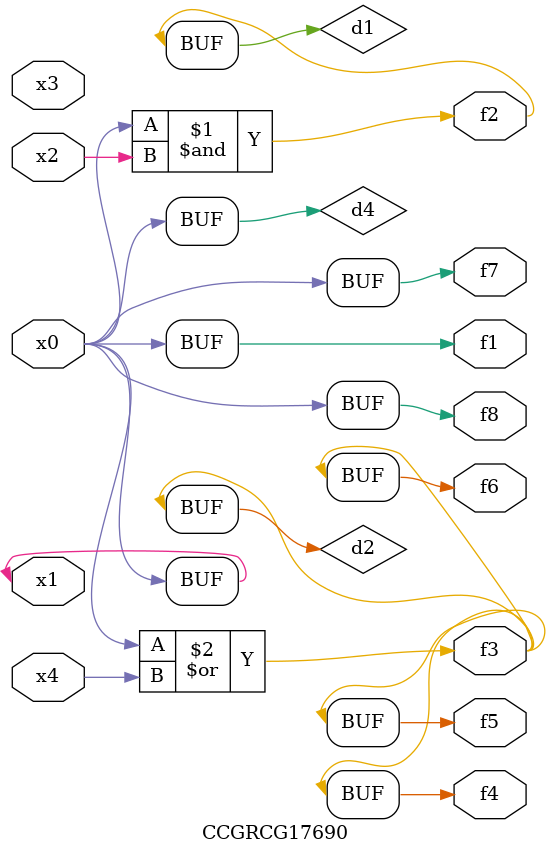
<source format=v>
module CCGRCG17690(
	input x0, x1, x2, x3, x4,
	output f1, f2, f3, f4, f5, f6, f7, f8
);

	wire d1, d2, d3, d4;

	and (d1, x0, x2);
	or (d2, x0, x4);
	nand (d3, x0, x2);
	buf (d4, x0, x1);
	assign f1 = d4;
	assign f2 = d1;
	assign f3 = d2;
	assign f4 = d2;
	assign f5 = d2;
	assign f6 = d2;
	assign f7 = d4;
	assign f8 = d4;
endmodule

</source>
